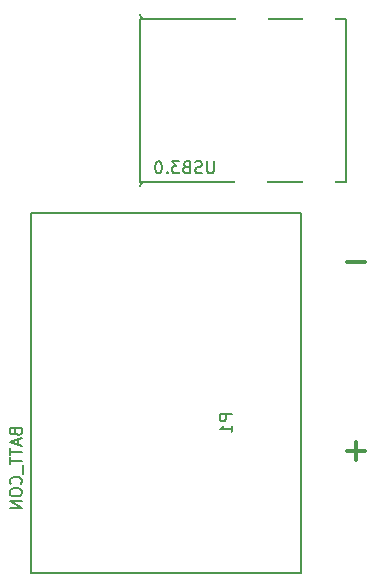
<source format=gbr>
G04 #@! TF.FileFunction,Legend,Bot*
%FSLAX46Y46*%
G04 Gerber Fmt 4.6, Leading zero omitted, Abs format (unit mm)*
G04 Created by KiCad (PCBNEW 4.0.7) date 04/30/18 00:58:58*
%MOMM*%
%LPD*%
G01*
G04 APERTURE LIST*
%ADD10C,0.100000*%
%ADD11C,0.300000*%
%ADD12C,0.150000*%
%ADD13C,3.600000*%
%ADD14R,3.400000X3.400000*%
%ADD15C,3.400000*%
%ADD16C,3.200000*%
%ADD17C,2.990000*%
%ADD18C,2.230000*%
%ADD19C,1.500000*%
%ADD20C,2.800000*%
%ADD21C,1.400000*%
G04 APERTURE END LIST*
D10*
D11*
X167161905Y-132142857D02*
X165638095Y-132142857D01*
X167161905Y-148142857D02*
X165638095Y-148142857D01*
X166400000Y-148904762D02*
X166400000Y-147380952D01*
D12*
X138934800Y-128000600D02*
X138934800Y-129270600D01*
X161794800Y-128000600D02*
X138934800Y-128000600D01*
X161794800Y-158480600D02*
X161794800Y-128000600D01*
X138934800Y-158480600D02*
X161794800Y-158480600D01*
X138934800Y-129270600D02*
X138934800Y-158480600D01*
X148134500Y-125732200D02*
G75*
G02X148474500Y-125372200I350000J10000D01*
G01*
X148464500Y-111572200D02*
G75*
G02X148134500Y-111222200I10000J340000D01*
G01*
X165584500Y-111572200D02*
X165594500Y-125372200D01*
X165594500Y-125372200D02*
X148134500Y-125372200D01*
X148134500Y-125372200D02*
X148134500Y-111572200D01*
X148134500Y-111572200D02*
X165594500Y-111572200D01*
X155897181Y-145042505D02*
X154897181Y-145042505D01*
X154897181Y-145423458D01*
X154944800Y-145518696D01*
X154992419Y-145566315D01*
X155087657Y-145613934D01*
X155230514Y-145613934D01*
X155325752Y-145566315D01*
X155373371Y-145518696D01*
X155420990Y-145423458D01*
X155420990Y-145042505D01*
X155897181Y-146566315D02*
X155897181Y-145994886D01*
X155897181Y-146280600D02*
X154897181Y-146280600D01*
X155040038Y-146185362D01*
X155135276Y-146090124D01*
X155182895Y-145994886D01*
X137593371Y-146542981D02*
X137640990Y-146685838D01*
X137688610Y-146733457D01*
X137783848Y-146781076D01*
X137926705Y-146781076D01*
X138021943Y-146733457D01*
X138069562Y-146685838D01*
X138117181Y-146590600D01*
X138117181Y-146209647D01*
X137117181Y-146209647D01*
X137117181Y-146542981D01*
X137164800Y-146638219D01*
X137212419Y-146685838D01*
X137307657Y-146733457D01*
X137402895Y-146733457D01*
X137498133Y-146685838D01*
X137545752Y-146638219D01*
X137593371Y-146542981D01*
X137593371Y-146209647D01*
X137831467Y-147162028D02*
X137831467Y-147638219D01*
X138117181Y-147066790D02*
X137117181Y-147400123D01*
X138117181Y-147733457D01*
X137117181Y-147923933D02*
X137117181Y-148495362D01*
X138117181Y-148209647D02*
X137117181Y-148209647D01*
X137117181Y-148685838D02*
X137117181Y-149257267D01*
X138117181Y-148971552D02*
X137117181Y-148971552D01*
X138212419Y-149352505D02*
X138212419Y-150114410D01*
X138021943Y-150923934D02*
X138069562Y-150876315D01*
X138117181Y-150733458D01*
X138117181Y-150638220D01*
X138069562Y-150495362D01*
X137974324Y-150400124D01*
X137879086Y-150352505D01*
X137688610Y-150304886D01*
X137545752Y-150304886D01*
X137355276Y-150352505D01*
X137260038Y-150400124D01*
X137164800Y-150495362D01*
X137117181Y-150638220D01*
X137117181Y-150733458D01*
X137164800Y-150876315D01*
X137212419Y-150923934D01*
X137117181Y-151542981D02*
X137117181Y-151733458D01*
X137164800Y-151828696D01*
X137260038Y-151923934D01*
X137450514Y-151971553D01*
X137783848Y-151971553D01*
X137974324Y-151923934D01*
X138069562Y-151828696D01*
X138117181Y-151733458D01*
X138117181Y-151542981D01*
X138069562Y-151447743D01*
X137974324Y-151352505D01*
X137783848Y-151304886D01*
X137450514Y-151304886D01*
X137260038Y-151352505D01*
X137164800Y-151447743D01*
X137117181Y-151542981D01*
X138117181Y-152400124D02*
X137117181Y-152400124D01*
X138117181Y-152971553D01*
X137117181Y-152971553D01*
X154386881Y-123614581D02*
X154386881Y-124424105D01*
X154339262Y-124519343D01*
X154291643Y-124566962D01*
X154196405Y-124614581D01*
X154005928Y-124614581D01*
X153910690Y-124566962D01*
X153863071Y-124519343D01*
X153815452Y-124424105D01*
X153815452Y-123614581D01*
X153386881Y-124566962D02*
X153244024Y-124614581D01*
X153005928Y-124614581D01*
X152910690Y-124566962D01*
X152863071Y-124519343D01*
X152815452Y-124424105D01*
X152815452Y-124328867D01*
X152863071Y-124233629D01*
X152910690Y-124186010D01*
X153005928Y-124138390D01*
X153196405Y-124090771D01*
X153291643Y-124043152D01*
X153339262Y-123995533D01*
X153386881Y-123900295D01*
X153386881Y-123805057D01*
X153339262Y-123709819D01*
X153291643Y-123662200D01*
X153196405Y-123614581D01*
X152958309Y-123614581D01*
X152815452Y-123662200D01*
X152053547Y-124090771D02*
X151910690Y-124138390D01*
X151863071Y-124186010D01*
X151815452Y-124281248D01*
X151815452Y-124424105D01*
X151863071Y-124519343D01*
X151910690Y-124566962D01*
X152005928Y-124614581D01*
X152386881Y-124614581D01*
X152386881Y-123614581D01*
X152053547Y-123614581D01*
X151958309Y-123662200D01*
X151910690Y-123709819D01*
X151863071Y-123805057D01*
X151863071Y-123900295D01*
X151910690Y-123995533D01*
X151958309Y-124043152D01*
X152053547Y-124090771D01*
X152386881Y-124090771D01*
X151482119Y-123614581D02*
X150863071Y-123614581D01*
X151196405Y-123995533D01*
X151053547Y-123995533D01*
X150958309Y-124043152D01*
X150910690Y-124090771D01*
X150863071Y-124186010D01*
X150863071Y-124424105D01*
X150910690Y-124519343D01*
X150958309Y-124566962D01*
X151053547Y-124614581D01*
X151339262Y-124614581D01*
X151434500Y-124566962D01*
X151482119Y-124519343D01*
X150434500Y-124519343D02*
X150386881Y-124566962D01*
X150434500Y-124614581D01*
X150482119Y-124566962D01*
X150434500Y-124519343D01*
X150434500Y-124614581D01*
X149767834Y-123614581D02*
X149672595Y-123614581D01*
X149577357Y-123662200D01*
X149529738Y-123709819D01*
X149482119Y-123805057D01*
X149434500Y-123995533D01*
X149434500Y-124233629D01*
X149482119Y-124424105D01*
X149529738Y-124519343D01*
X149577357Y-124566962D01*
X149672595Y-124614581D01*
X149767834Y-124614581D01*
X149863072Y-124566962D01*
X149910691Y-124519343D01*
X149958310Y-124424105D01*
X150005929Y-124233629D01*
X150005929Y-123995533D01*
X149958310Y-123805057D01*
X149910691Y-123709819D01*
X149863072Y-123662200D01*
X149767834Y-123614581D01*
%LPC*%
D13*
X173300000Y-109400000D03*
X173300000Y-161400000D03*
X53300000Y-161400000D03*
X53300000Y-109400000D03*
D14*
X62649100Y-122834400D03*
D15*
X62649100Y-127914400D03*
X62649100Y-132994400D03*
X62649100Y-138074400D03*
X62649100Y-143154400D03*
X62649100Y-148234400D03*
D16*
X144014800Y-133080600D03*
X144014800Y-136880600D03*
X156514800Y-133080600D03*
X156514800Y-136880600D03*
X144014800Y-148080600D03*
X144014800Y-151880600D03*
X156514800Y-148080600D03*
X156514800Y-151880600D03*
D17*
X81188700Y-149662000D03*
X81188700Y-134372000D03*
D18*
X81188700Y-145852000D03*
X81188700Y-142042000D03*
X81188700Y-138232000D03*
X131988700Y-149662000D03*
D19*
X131988700Y-142042000D03*
D18*
X132008700Y-134422000D03*
D15*
X128888700Y-116432000D03*
X123898700Y-116422000D03*
X118898700Y-116422000D03*
X113888700Y-116432000D03*
X108888700Y-116432000D03*
X103898700Y-116422000D03*
X98898700Y-116422000D03*
X93888700Y-116432000D03*
X88888700Y-116432000D03*
X83888700Y-116432000D03*
D20*
X157574500Y-125042200D03*
X163254500Y-125042200D03*
X163254500Y-111902200D03*
X157584500Y-111902200D03*
D21*
X159574500Y-114972200D03*
X159574500Y-121972200D03*
X159574500Y-119472200D03*
X159574500Y-117472200D03*
X161074500Y-114472200D03*
X161074500Y-116472200D03*
X161074500Y-118462200D03*
X161074500Y-120472200D03*
X161074500Y-122472200D03*
X162774500Y-121972200D03*
X162774500Y-119472200D03*
X162774500Y-117472200D03*
X162774500Y-114972200D03*
X164274500Y-114472200D03*
X164274500Y-116472200D03*
X164274500Y-118472200D03*
X164274500Y-120472200D03*
X164274500Y-122472200D03*
D20*
X146161600Y-125001600D03*
X140481600Y-125001600D03*
X140481600Y-111861600D03*
X146151600Y-111861600D03*
D21*
X144161600Y-114931600D03*
X144161600Y-121931600D03*
X144161600Y-119431600D03*
X144161600Y-117431600D03*
X142661600Y-114431600D03*
X142661600Y-116431600D03*
X142661600Y-118421600D03*
X142661600Y-120431600D03*
X142661600Y-122431600D03*
X140961600Y-121931600D03*
X140961600Y-119431600D03*
X140961600Y-117431600D03*
X140961600Y-114931600D03*
X139461600Y-114431600D03*
X139461600Y-116431600D03*
X139461600Y-118431600D03*
X139461600Y-120431600D03*
X139461600Y-122431600D03*
M02*

</source>
